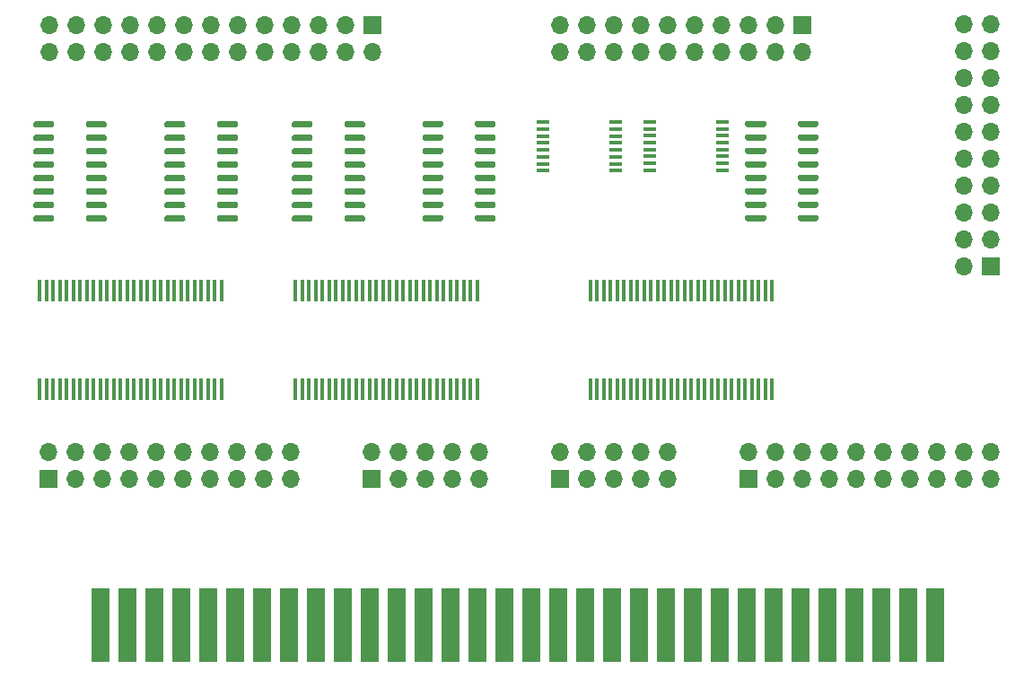
<source format=gts>
G04 #@! TF.GenerationSoftware,KiCad,Pcbnew,(5.1.12-1-10_14)*
G04 #@! TF.CreationDate,2023-09-30T13:24:09-06:00*
G04 #@! TF.ProjectId,GenMemBlock,47656e4d-656d-4426-9c6f-636b2e6b6963,rev?*
G04 #@! TF.SameCoordinates,Original*
G04 #@! TF.FileFunction,Soldermask,Top*
G04 #@! TF.FilePolarity,Negative*
%FSLAX46Y46*%
G04 Gerber Fmt 4.6, Leading zero omitted, Abs format (unit mm)*
G04 Created by KiCad (PCBNEW (5.1.12-1-10_14)) date 2023-09-30 13:24:09*
%MOMM*%
%LPD*%
G01*
G04 APERTURE LIST*
%ADD10R,1.778000X6.985000*%
%ADD11R,1.200000X0.400000*%
%ADD12R,0.406400X2.044700*%
%ADD13O,1.700000X1.700000*%
%ADD14R,1.700000X1.700000*%
G04 APERTURE END LIST*
D10*
X40640000Y-130810000D03*
X43180000Y-130810000D03*
X45720000Y-130810000D03*
X48260000Y-130810000D03*
X50800000Y-130810000D03*
X53340000Y-130810000D03*
X55880000Y-130810000D03*
X58420000Y-130810000D03*
X60960000Y-130810000D03*
X63500000Y-130810000D03*
X66040000Y-130810000D03*
X68580000Y-130810000D03*
X71120000Y-130810000D03*
X73660000Y-130810000D03*
X76200000Y-130810000D03*
X78740000Y-130810000D03*
X81280000Y-130810000D03*
X83820000Y-130810000D03*
X86360000Y-130810000D03*
X88900000Y-130810000D03*
X91440000Y-130810000D03*
X93980000Y-130810000D03*
X96520000Y-130810000D03*
X99060000Y-130810000D03*
X101600000Y-130810000D03*
X104140000Y-130810000D03*
X106680000Y-130810000D03*
X109220000Y-130810000D03*
X111760000Y-130810000D03*
X114300000Y-130810000D03*
X116840000Y-130810000D03*
X119380000Y-130810000D03*
D11*
X99309600Y-83335200D03*
X99309600Y-83985200D03*
X99309600Y-84635200D03*
X99309600Y-85285200D03*
X99309600Y-85935200D03*
X99309600Y-86585200D03*
X99309600Y-87235200D03*
X99309600Y-87885200D03*
X92409600Y-87885200D03*
X92409600Y-87235200D03*
X92409600Y-86585200D03*
X92409600Y-85935200D03*
X92409600Y-85285200D03*
X92409600Y-84635200D03*
X92409600Y-83985200D03*
X92409600Y-83335200D03*
X89200400Y-83373800D03*
X89200400Y-84023800D03*
X89200400Y-84673800D03*
X89200400Y-85323800D03*
X89200400Y-85973800D03*
X89200400Y-86623800D03*
X89200400Y-87273800D03*
X89200400Y-87923800D03*
X82300400Y-87923800D03*
X82300400Y-87273800D03*
X82300400Y-86623800D03*
X82300400Y-85973800D03*
X82300400Y-85323800D03*
X82300400Y-84673800D03*
X82300400Y-84023800D03*
X82300400Y-83373800D03*
D12*
X103944500Y-99218750D03*
X103309500Y-99218750D03*
X102674500Y-99218750D03*
X102039500Y-99218750D03*
X101404500Y-99218750D03*
X100769500Y-99218750D03*
X100134500Y-99218750D03*
X99499500Y-99218750D03*
X98864500Y-99218750D03*
X98229500Y-99218750D03*
X97594500Y-99218750D03*
X96959500Y-99218750D03*
X96324500Y-99218750D03*
X95689500Y-99218750D03*
X95054500Y-99218750D03*
X94419500Y-99218750D03*
X93784500Y-99218750D03*
X93149500Y-99218750D03*
X92514500Y-99218750D03*
X91879500Y-99218750D03*
X91244500Y-99218750D03*
X90609500Y-99218750D03*
X89974500Y-99218750D03*
X89339500Y-99218750D03*
X88704500Y-99218750D03*
X88069500Y-99218750D03*
X87434500Y-99218750D03*
X86799500Y-99218750D03*
X86799500Y-108553250D03*
X87434500Y-108553250D03*
X88069500Y-108553250D03*
X88704500Y-108553250D03*
X89339500Y-108553250D03*
X89974500Y-108553250D03*
X90609500Y-108553250D03*
X91244500Y-108553250D03*
X91879500Y-108553250D03*
X92514500Y-108553250D03*
X93149500Y-108553250D03*
X93784500Y-108553250D03*
X94419500Y-108553250D03*
X95054500Y-108553250D03*
X95689500Y-108553250D03*
X96324500Y-108553250D03*
X96959500Y-108553250D03*
X97594500Y-108553250D03*
X98229500Y-108553250D03*
X98864500Y-108553250D03*
X99499500Y-108553250D03*
X100134500Y-108553250D03*
X100769500Y-108553250D03*
X101404500Y-108553250D03*
X102039500Y-108553250D03*
X102674500Y-108553250D03*
X103309500Y-108553250D03*
X103944500Y-108553250D03*
X52006500Y-108553250D03*
X51371500Y-108553250D03*
X50736500Y-108553250D03*
X50101500Y-108553250D03*
X49466500Y-108553250D03*
X48831500Y-108553250D03*
X48196500Y-108553250D03*
X47561500Y-108553250D03*
X46926500Y-108553250D03*
X46291500Y-108553250D03*
X45656500Y-108553250D03*
X45021500Y-108553250D03*
X44386500Y-108553250D03*
X43751500Y-108553250D03*
X43116500Y-108553250D03*
X42481500Y-108553250D03*
X41846500Y-108553250D03*
X41211500Y-108553250D03*
X40576500Y-108553250D03*
X39941500Y-108553250D03*
X39306500Y-108553250D03*
X38671500Y-108553250D03*
X38036500Y-108553250D03*
X37401500Y-108553250D03*
X36766500Y-108553250D03*
X36131500Y-108553250D03*
X35496500Y-108553250D03*
X34861500Y-108553250D03*
X34861500Y-99218750D03*
X35496500Y-99218750D03*
X36131500Y-99218750D03*
X36766500Y-99218750D03*
X37401500Y-99218750D03*
X38036500Y-99218750D03*
X38671500Y-99218750D03*
X39306500Y-99218750D03*
X39941500Y-99218750D03*
X40576500Y-99218750D03*
X41211500Y-99218750D03*
X41846500Y-99218750D03*
X42481500Y-99218750D03*
X43116500Y-99218750D03*
X43751500Y-99218750D03*
X44386500Y-99218750D03*
X45021500Y-99218750D03*
X45656500Y-99218750D03*
X46291500Y-99218750D03*
X46926500Y-99218750D03*
X47561500Y-99218750D03*
X48196500Y-99218750D03*
X48831500Y-99218750D03*
X49466500Y-99218750D03*
X50101500Y-99218750D03*
X50736500Y-99218750D03*
X51371500Y-99218750D03*
X52006500Y-99218750D03*
X76139900Y-99218750D03*
X75504900Y-99218750D03*
X74869900Y-99218750D03*
X74234900Y-99218750D03*
X73599900Y-99218750D03*
X72964900Y-99218750D03*
X72329900Y-99218750D03*
X71694900Y-99218750D03*
X71059900Y-99218750D03*
X70424900Y-99218750D03*
X69789900Y-99218750D03*
X69154900Y-99218750D03*
X68519900Y-99218750D03*
X67884900Y-99218750D03*
X67249900Y-99218750D03*
X66614900Y-99218750D03*
X65979900Y-99218750D03*
X65344900Y-99218750D03*
X64709900Y-99218750D03*
X64074900Y-99218750D03*
X63439900Y-99218750D03*
X62804900Y-99218750D03*
X62169900Y-99218750D03*
X61534900Y-99218750D03*
X60899900Y-99218750D03*
X60264900Y-99218750D03*
X59629900Y-99218750D03*
X58994900Y-99218750D03*
X58994900Y-108553250D03*
X59629900Y-108553250D03*
X60264900Y-108553250D03*
X60899900Y-108553250D03*
X61534900Y-108553250D03*
X62169900Y-108553250D03*
X62804900Y-108553250D03*
X63439900Y-108553250D03*
X64074900Y-108553250D03*
X64709900Y-108553250D03*
X65344900Y-108553250D03*
X65979900Y-108553250D03*
X66614900Y-108553250D03*
X67249900Y-108553250D03*
X67884900Y-108553250D03*
X68519900Y-108553250D03*
X69154900Y-108553250D03*
X69789900Y-108553250D03*
X70424900Y-108553250D03*
X71059900Y-108553250D03*
X71694900Y-108553250D03*
X72329900Y-108553250D03*
X72964900Y-108553250D03*
X73599900Y-108553250D03*
X74234900Y-108553250D03*
X74869900Y-108553250D03*
X75504900Y-108553250D03*
X76139900Y-108553250D03*
D13*
X35789000Y-76690000D03*
X35789000Y-74150000D03*
X38329000Y-76690000D03*
X38329000Y-74150000D03*
X40869000Y-76690000D03*
X40869000Y-74150000D03*
X43409000Y-76690000D03*
X43409000Y-74150000D03*
X45949000Y-76690000D03*
X45949000Y-74150000D03*
X48489000Y-76690000D03*
X48489000Y-74150000D03*
X51029000Y-76690000D03*
X51029000Y-74150000D03*
X53569000Y-76690000D03*
X53569000Y-74150000D03*
X56109000Y-76690000D03*
X56109000Y-74150000D03*
X58649000Y-76690000D03*
X58649000Y-74150000D03*
X61189000Y-76690000D03*
X61189000Y-74150000D03*
X63729000Y-76690000D03*
X63729000Y-74150000D03*
X66269000Y-76690000D03*
D14*
X66269000Y-74150000D03*
X66167000Y-117043200D03*
D13*
X66167000Y-114503200D03*
X68707000Y-117043200D03*
X68707000Y-114503200D03*
X71247000Y-117043200D03*
X71247000Y-114503200D03*
X73787000Y-117043200D03*
X73787000Y-114503200D03*
X76327000Y-117043200D03*
X76327000Y-114503200D03*
X94107000Y-114503200D03*
X94107000Y-117043200D03*
X91567000Y-114503200D03*
X91567000Y-117043200D03*
X89027000Y-114503200D03*
X89027000Y-117043200D03*
X86487000Y-114503200D03*
X86487000Y-117043200D03*
X83947000Y-114503200D03*
D14*
X83947000Y-117043200D03*
X101727000Y-117043200D03*
D13*
X101727000Y-114503200D03*
X104267000Y-117043200D03*
X104267000Y-114503200D03*
X106807000Y-117043200D03*
X106807000Y-114503200D03*
X109347000Y-117043200D03*
X109347000Y-114503200D03*
X111887000Y-117043200D03*
X111887000Y-114503200D03*
X114427000Y-117043200D03*
X114427000Y-114503200D03*
X116967000Y-117043200D03*
X116967000Y-114503200D03*
X119507000Y-117043200D03*
X119507000Y-114503200D03*
X122047000Y-117043200D03*
X122047000Y-114503200D03*
X124587000Y-117043200D03*
X124587000Y-114503200D03*
X58572400Y-114503200D03*
X58572400Y-117043200D03*
X56032400Y-114503200D03*
X56032400Y-117043200D03*
X53492400Y-114503200D03*
X53492400Y-117043200D03*
X50952400Y-114503200D03*
X50952400Y-117043200D03*
X48412400Y-114503200D03*
X48412400Y-117043200D03*
X45872400Y-114503200D03*
X45872400Y-117043200D03*
X43332400Y-114503200D03*
X43332400Y-117043200D03*
X40792400Y-114503200D03*
X40792400Y-117043200D03*
X38252400Y-114503200D03*
X38252400Y-117043200D03*
X35712400Y-114503200D03*
D14*
X35712400Y-117043200D03*
D13*
X83921600Y-76690000D03*
X83921600Y-74150000D03*
X86461600Y-76690000D03*
X86461600Y-74150000D03*
X89001600Y-76690000D03*
X89001600Y-74150000D03*
X91541600Y-76690000D03*
X91541600Y-74150000D03*
X94081600Y-76690000D03*
X94081600Y-74150000D03*
X96621600Y-76690000D03*
X96621600Y-74150000D03*
X99161600Y-76690000D03*
X99161600Y-74150000D03*
X101701600Y-76690000D03*
X101701600Y-74150000D03*
X104241600Y-76690000D03*
X104241600Y-74150000D03*
X106781600Y-76690000D03*
D14*
X106781600Y-74150000D03*
D13*
X122037000Y-74140000D03*
X124577000Y-74140000D03*
X122037000Y-76680000D03*
X124577000Y-76680000D03*
X122037000Y-79220000D03*
X124577000Y-79220000D03*
X122037000Y-81760000D03*
X124577000Y-81760000D03*
X122037000Y-84300000D03*
X124577000Y-84300000D03*
X122037000Y-86840000D03*
X124577000Y-86840000D03*
X122037000Y-89380000D03*
X124577000Y-89380000D03*
X122037000Y-91920000D03*
X124577000Y-91920000D03*
X122037000Y-94460000D03*
X124577000Y-94460000D03*
X122037000Y-97000000D03*
D14*
X124577000Y-97000000D03*
G36*
G01*
X39219000Y-83716000D02*
X39219000Y-83416000D01*
G75*
G02*
X39369000Y-83266000I150000J0D01*
G01*
X41019000Y-83266000D01*
G75*
G02*
X41169000Y-83416000I0J-150000D01*
G01*
X41169000Y-83716000D01*
G75*
G02*
X41019000Y-83866000I-150000J0D01*
G01*
X39369000Y-83866000D01*
G75*
G02*
X39219000Y-83716000I0J150000D01*
G01*
G37*
G36*
G01*
X39219000Y-84986000D02*
X39219000Y-84686000D01*
G75*
G02*
X39369000Y-84536000I150000J0D01*
G01*
X41019000Y-84536000D01*
G75*
G02*
X41169000Y-84686000I0J-150000D01*
G01*
X41169000Y-84986000D01*
G75*
G02*
X41019000Y-85136000I-150000J0D01*
G01*
X39369000Y-85136000D01*
G75*
G02*
X39219000Y-84986000I0J150000D01*
G01*
G37*
G36*
G01*
X39219000Y-86256000D02*
X39219000Y-85956000D01*
G75*
G02*
X39369000Y-85806000I150000J0D01*
G01*
X41019000Y-85806000D01*
G75*
G02*
X41169000Y-85956000I0J-150000D01*
G01*
X41169000Y-86256000D01*
G75*
G02*
X41019000Y-86406000I-150000J0D01*
G01*
X39369000Y-86406000D01*
G75*
G02*
X39219000Y-86256000I0J150000D01*
G01*
G37*
G36*
G01*
X39219000Y-87526000D02*
X39219000Y-87226000D01*
G75*
G02*
X39369000Y-87076000I150000J0D01*
G01*
X41019000Y-87076000D01*
G75*
G02*
X41169000Y-87226000I0J-150000D01*
G01*
X41169000Y-87526000D01*
G75*
G02*
X41019000Y-87676000I-150000J0D01*
G01*
X39369000Y-87676000D01*
G75*
G02*
X39219000Y-87526000I0J150000D01*
G01*
G37*
G36*
G01*
X39219000Y-88796000D02*
X39219000Y-88496000D01*
G75*
G02*
X39369000Y-88346000I150000J0D01*
G01*
X41019000Y-88346000D01*
G75*
G02*
X41169000Y-88496000I0J-150000D01*
G01*
X41169000Y-88796000D01*
G75*
G02*
X41019000Y-88946000I-150000J0D01*
G01*
X39369000Y-88946000D01*
G75*
G02*
X39219000Y-88796000I0J150000D01*
G01*
G37*
G36*
G01*
X39219000Y-90066000D02*
X39219000Y-89766000D01*
G75*
G02*
X39369000Y-89616000I150000J0D01*
G01*
X41019000Y-89616000D01*
G75*
G02*
X41169000Y-89766000I0J-150000D01*
G01*
X41169000Y-90066000D01*
G75*
G02*
X41019000Y-90216000I-150000J0D01*
G01*
X39369000Y-90216000D01*
G75*
G02*
X39219000Y-90066000I0J150000D01*
G01*
G37*
G36*
G01*
X39219000Y-91336000D02*
X39219000Y-91036000D01*
G75*
G02*
X39369000Y-90886000I150000J0D01*
G01*
X41019000Y-90886000D01*
G75*
G02*
X41169000Y-91036000I0J-150000D01*
G01*
X41169000Y-91336000D01*
G75*
G02*
X41019000Y-91486000I-150000J0D01*
G01*
X39369000Y-91486000D01*
G75*
G02*
X39219000Y-91336000I0J150000D01*
G01*
G37*
G36*
G01*
X39219000Y-92606000D02*
X39219000Y-92306000D01*
G75*
G02*
X39369000Y-92156000I150000J0D01*
G01*
X41019000Y-92156000D01*
G75*
G02*
X41169000Y-92306000I0J-150000D01*
G01*
X41169000Y-92606000D01*
G75*
G02*
X41019000Y-92756000I-150000J0D01*
G01*
X39369000Y-92756000D01*
G75*
G02*
X39219000Y-92606000I0J150000D01*
G01*
G37*
G36*
G01*
X34269000Y-92606000D02*
X34269000Y-92306000D01*
G75*
G02*
X34419000Y-92156000I150000J0D01*
G01*
X36069000Y-92156000D01*
G75*
G02*
X36219000Y-92306000I0J-150000D01*
G01*
X36219000Y-92606000D01*
G75*
G02*
X36069000Y-92756000I-150000J0D01*
G01*
X34419000Y-92756000D01*
G75*
G02*
X34269000Y-92606000I0J150000D01*
G01*
G37*
G36*
G01*
X34269000Y-91336000D02*
X34269000Y-91036000D01*
G75*
G02*
X34419000Y-90886000I150000J0D01*
G01*
X36069000Y-90886000D01*
G75*
G02*
X36219000Y-91036000I0J-150000D01*
G01*
X36219000Y-91336000D01*
G75*
G02*
X36069000Y-91486000I-150000J0D01*
G01*
X34419000Y-91486000D01*
G75*
G02*
X34269000Y-91336000I0J150000D01*
G01*
G37*
G36*
G01*
X34269000Y-90066000D02*
X34269000Y-89766000D01*
G75*
G02*
X34419000Y-89616000I150000J0D01*
G01*
X36069000Y-89616000D01*
G75*
G02*
X36219000Y-89766000I0J-150000D01*
G01*
X36219000Y-90066000D01*
G75*
G02*
X36069000Y-90216000I-150000J0D01*
G01*
X34419000Y-90216000D01*
G75*
G02*
X34269000Y-90066000I0J150000D01*
G01*
G37*
G36*
G01*
X34269000Y-88796000D02*
X34269000Y-88496000D01*
G75*
G02*
X34419000Y-88346000I150000J0D01*
G01*
X36069000Y-88346000D01*
G75*
G02*
X36219000Y-88496000I0J-150000D01*
G01*
X36219000Y-88796000D01*
G75*
G02*
X36069000Y-88946000I-150000J0D01*
G01*
X34419000Y-88946000D01*
G75*
G02*
X34269000Y-88796000I0J150000D01*
G01*
G37*
G36*
G01*
X34269000Y-87526000D02*
X34269000Y-87226000D01*
G75*
G02*
X34419000Y-87076000I150000J0D01*
G01*
X36069000Y-87076000D01*
G75*
G02*
X36219000Y-87226000I0J-150000D01*
G01*
X36219000Y-87526000D01*
G75*
G02*
X36069000Y-87676000I-150000J0D01*
G01*
X34419000Y-87676000D01*
G75*
G02*
X34269000Y-87526000I0J150000D01*
G01*
G37*
G36*
G01*
X34269000Y-86256000D02*
X34269000Y-85956000D01*
G75*
G02*
X34419000Y-85806000I150000J0D01*
G01*
X36069000Y-85806000D01*
G75*
G02*
X36219000Y-85956000I0J-150000D01*
G01*
X36219000Y-86256000D01*
G75*
G02*
X36069000Y-86406000I-150000J0D01*
G01*
X34419000Y-86406000D01*
G75*
G02*
X34269000Y-86256000I0J150000D01*
G01*
G37*
G36*
G01*
X34269000Y-84986000D02*
X34269000Y-84686000D01*
G75*
G02*
X34419000Y-84536000I150000J0D01*
G01*
X36069000Y-84536000D01*
G75*
G02*
X36219000Y-84686000I0J-150000D01*
G01*
X36219000Y-84986000D01*
G75*
G02*
X36069000Y-85136000I-150000J0D01*
G01*
X34419000Y-85136000D01*
G75*
G02*
X34269000Y-84986000I0J150000D01*
G01*
G37*
G36*
G01*
X34269000Y-83716000D02*
X34269000Y-83416000D01*
G75*
G02*
X34419000Y-83266000I150000J0D01*
G01*
X36069000Y-83266000D01*
G75*
G02*
X36219000Y-83416000I0J-150000D01*
G01*
X36219000Y-83716000D01*
G75*
G02*
X36069000Y-83866000I-150000J0D01*
G01*
X34419000Y-83866000D01*
G75*
G02*
X34269000Y-83716000I0J150000D01*
G01*
G37*
G36*
G01*
X63615700Y-83716000D02*
X63615700Y-83416000D01*
G75*
G02*
X63765700Y-83266000I150000J0D01*
G01*
X65415700Y-83266000D01*
G75*
G02*
X65565700Y-83416000I0J-150000D01*
G01*
X65565700Y-83716000D01*
G75*
G02*
X65415700Y-83866000I-150000J0D01*
G01*
X63765700Y-83866000D01*
G75*
G02*
X63615700Y-83716000I0J150000D01*
G01*
G37*
G36*
G01*
X63615700Y-84986000D02*
X63615700Y-84686000D01*
G75*
G02*
X63765700Y-84536000I150000J0D01*
G01*
X65415700Y-84536000D01*
G75*
G02*
X65565700Y-84686000I0J-150000D01*
G01*
X65565700Y-84986000D01*
G75*
G02*
X65415700Y-85136000I-150000J0D01*
G01*
X63765700Y-85136000D01*
G75*
G02*
X63615700Y-84986000I0J150000D01*
G01*
G37*
G36*
G01*
X63615700Y-86256000D02*
X63615700Y-85956000D01*
G75*
G02*
X63765700Y-85806000I150000J0D01*
G01*
X65415700Y-85806000D01*
G75*
G02*
X65565700Y-85956000I0J-150000D01*
G01*
X65565700Y-86256000D01*
G75*
G02*
X65415700Y-86406000I-150000J0D01*
G01*
X63765700Y-86406000D01*
G75*
G02*
X63615700Y-86256000I0J150000D01*
G01*
G37*
G36*
G01*
X63615700Y-87526000D02*
X63615700Y-87226000D01*
G75*
G02*
X63765700Y-87076000I150000J0D01*
G01*
X65415700Y-87076000D01*
G75*
G02*
X65565700Y-87226000I0J-150000D01*
G01*
X65565700Y-87526000D01*
G75*
G02*
X65415700Y-87676000I-150000J0D01*
G01*
X63765700Y-87676000D01*
G75*
G02*
X63615700Y-87526000I0J150000D01*
G01*
G37*
G36*
G01*
X63615700Y-88796000D02*
X63615700Y-88496000D01*
G75*
G02*
X63765700Y-88346000I150000J0D01*
G01*
X65415700Y-88346000D01*
G75*
G02*
X65565700Y-88496000I0J-150000D01*
G01*
X65565700Y-88796000D01*
G75*
G02*
X65415700Y-88946000I-150000J0D01*
G01*
X63765700Y-88946000D01*
G75*
G02*
X63615700Y-88796000I0J150000D01*
G01*
G37*
G36*
G01*
X63615700Y-90066000D02*
X63615700Y-89766000D01*
G75*
G02*
X63765700Y-89616000I150000J0D01*
G01*
X65415700Y-89616000D01*
G75*
G02*
X65565700Y-89766000I0J-150000D01*
G01*
X65565700Y-90066000D01*
G75*
G02*
X65415700Y-90216000I-150000J0D01*
G01*
X63765700Y-90216000D01*
G75*
G02*
X63615700Y-90066000I0J150000D01*
G01*
G37*
G36*
G01*
X63615700Y-91336000D02*
X63615700Y-91036000D01*
G75*
G02*
X63765700Y-90886000I150000J0D01*
G01*
X65415700Y-90886000D01*
G75*
G02*
X65565700Y-91036000I0J-150000D01*
G01*
X65565700Y-91336000D01*
G75*
G02*
X65415700Y-91486000I-150000J0D01*
G01*
X63765700Y-91486000D01*
G75*
G02*
X63615700Y-91336000I0J150000D01*
G01*
G37*
G36*
G01*
X63615700Y-92606000D02*
X63615700Y-92306000D01*
G75*
G02*
X63765700Y-92156000I150000J0D01*
G01*
X65415700Y-92156000D01*
G75*
G02*
X65565700Y-92306000I0J-150000D01*
G01*
X65565700Y-92606000D01*
G75*
G02*
X65415700Y-92756000I-150000J0D01*
G01*
X63765700Y-92756000D01*
G75*
G02*
X63615700Y-92606000I0J150000D01*
G01*
G37*
G36*
G01*
X58665700Y-92606000D02*
X58665700Y-92306000D01*
G75*
G02*
X58815700Y-92156000I150000J0D01*
G01*
X60465700Y-92156000D01*
G75*
G02*
X60615700Y-92306000I0J-150000D01*
G01*
X60615700Y-92606000D01*
G75*
G02*
X60465700Y-92756000I-150000J0D01*
G01*
X58815700Y-92756000D01*
G75*
G02*
X58665700Y-92606000I0J150000D01*
G01*
G37*
G36*
G01*
X58665700Y-91336000D02*
X58665700Y-91036000D01*
G75*
G02*
X58815700Y-90886000I150000J0D01*
G01*
X60465700Y-90886000D01*
G75*
G02*
X60615700Y-91036000I0J-150000D01*
G01*
X60615700Y-91336000D01*
G75*
G02*
X60465700Y-91486000I-150000J0D01*
G01*
X58815700Y-91486000D01*
G75*
G02*
X58665700Y-91336000I0J150000D01*
G01*
G37*
G36*
G01*
X58665700Y-90066000D02*
X58665700Y-89766000D01*
G75*
G02*
X58815700Y-89616000I150000J0D01*
G01*
X60465700Y-89616000D01*
G75*
G02*
X60615700Y-89766000I0J-150000D01*
G01*
X60615700Y-90066000D01*
G75*
G02*
X60465700Y-90216000I-150000J0D01*
G01*
X58815700Y-90216000D01*
G75*
G02*
X58665700Y-90066000I0J150000D01*
G01*
G37*
G36*
G01*
X58665700Y-88796000D02*
X58665700Y-88496000D01*
G75*
G02*
X58815700Y-88346000I150000J0D01*
G01*
X60465700Y-88346000D01*
G75*
G02*
X60615700Y-88496000I0J-150000D01*
G01*
X60615700Y-88796000D01*
G75*
G02*
X60465700Y-88946000I-150000J0D01*
G01*
X58815700Y-88946000D01*
G75*
G02*
X58665700Y-88796000I0J150000D01*
G01*
G37*
G36*
G01*
X58665700Y-87526000D02*
X58665700Y-87226000D01*
G75*
G02*
X58815700Y-87076000I150000J0D01*
G01*
X60465700Y-87076000D01*
G75*
G02*
X60615700Y-87226000I0J-150000D01*
G01*
X60615700Y-87526000D01*
G75*
G02*
X60465700Y-87676000I-150000J0D01*
G01*
X58815700Y-87676000D01*
G75*
G02*
X58665700Y-87526000I0J150000D01*
G01*
G37*
G36*
G01*
X58665700Y-86256000D02*
X58665700Y-85956000D01*
G75*
G02*
X58815700Y-85806000I150000J0D01*
G01*
X60465700Y-85806000D01*
G75*
G02*
X60615700Y-85956000I0J-150000D01*
G01*
X60615700Y-86256000D01*
G75*
G02*
X60465700Y-86406000I-150000J0D01*
G01*
X58815700Y-86406000D01*
G75*
G02*
X58665700Y-86256000I0J150000D01*
G01*
G37*
G36*
G01*
X58665700Y-84986000D02*
X58665700Y-84686000D01*
G75*
G02*
X58815700Y-84536000I150000J0D01*
G01*
X60465700Y-84536000D01*
G75*
G02*
X60615700Y-84686000I0J-150000D01*
G01*
X60615700Y-84986000D01*
G75*
G02*
X60465700Y-85136000I-150000J0D01*
G01*
X58815700Y-85136000D01*
G75*
G02*
X58665700Y-84986000I0J150000D01*
G01*
G37*
G36*
G01*
X58665700Y-83716000D02*
X58665700Y-83416000D01*
G75*
G02*
X58815700Y-83266000I150000J0D01*
G01*
X60465700Y-83266000D01*
G75*
G02*
X60615700Y-83416000I0J-150000D01*
G01*
X60615700Y-83716000D01*
G75*
G02*
X60465700Y-83866000I-150000J0D01*
G01*
X58815700Y-83866000D01*
G75*
G02*
X58665700Y-83716000I0J150000D01*
G01*
G37*
G36*
G01*
X51601500Y-83716000D02*
X51601500Y-83416000D01*
G75*
G02*
X51751500Y-83266000I150000J0D01*
G01*
X53401500Y-83266000D01*
G75*
G02*
X53551500Y-83416000I0J-150000D01*
G01*
X53551500Y-83716000D01*
G75*
G02*
X53401500Y-83866000I-150000J0D01*
G01*
X51751500Y-83866000D01*
G75*
G02*
X51601500Y-83716000I0J150000D01*
G01*
G37*
G36*
G01*
X51601500Y-84986000D02*
X51601500Y-84686000D01*
G75*
G02*
X51751500Y-84536000I150000J0D01*
G01*
X53401500Y-84536000D01*
G75*
G02*
X53551500Y-84686000I0J-150000D01*
G01*
X53551500Y-84986000D01*
G75*
G02*
X53401500Y-85136000I-150000J0D01*
G01*
X51751500Y-85136000D01*
G75*
G02*
X51601500Y-84986000I0J150000D01*
G01*
G37*
G36*
G01*
X51601500Y-86256000D02*
X51601500Y-85956000D01*
G75*
G02*
X51751500Y-85806000I150000J0D01*
G01*
X53401500Y-85806000D01*
G75*
G02*
X53551500Y-85956000I0J-150000D01*
G01*
X53551500Y-86256000D01*
G75*
G02*
X53401500Y-86406000I-150000J0D01*
G01*
X51751500Y-86406000D01*
G75*
G02*
X51601500Y-86256000I0J150000D01*
G01*
G37*
G36*
G01*
X51601500Y-87526000D02*
X51601500Y-87226000D01*
G75*
G02*
X51751500Y-87076000I150000J0D01*
G01*
X53401500Y-87076000D01*
G75*
G02*
X53551500Y-87226000I0J-150000D01*
G01*
X53551500Y-87526000D01*
G75*
G02*
X53401500Y-87676000I-150000J0D01*
G01*
X51751500Y-87676000D01*
G75*
G02*
X51601500Y-87526000I0J150000D01*
G01*
G37*
G36*
G01*
X51601500Y-88796000D02*
X51601500Y-88496000D01*
G75*
G02*
X51751500Y-88346000I150000J0D01*
G01*
X53401500Y-88346000D01*
G75*
G02*
X53551500Y-88496000I0J-150000D01*
G01*
X53551500Y-88796000D01*
G75*
G02*
X53401500Y-88946000I-150000J0D01*
G01*
X51751500Y-88946000D01*
G75*
G02*
X51601500Y-88796000I0J150000D01*
G01*
G37*
G36*
G01*
X51601500Y-90066000D02*
X51601500Y-89766000D01*
G75*
G02*
X51751500Y-89616000I150000J0D01*
G01*
X53401500Y-89616000D01*
G75*
G02*
X53551500Y-89766000I0J-150000D01*
G01*
X53551500Y-90066000D01*
G75*
G02*
X53401500Y-90216000I-150000J0D01*
G01*
X51751500Y-90216000D01*
G75*
G02*
X51601500Y-90066000I0J150000D01*
G01*
G37*
G36*
G01*
X51601500Y-91336000D02*
X51601500Y-91036000D01*
G75*
G02*
X51751500Y-90886000I150000J0D01*
G01*
X53401500Y-90886000D01*
G75*
G02*
X53551500Y-91036000I0J-150000D01*
G01*
X53551500Y-91336000D01*
G75*
G02*
X53401500Y-91486000I-150000J0D01*
G01*
X51751500Y-91486000D01*
G75*
G02*
X51601500Y-91336000I0J150000D01*
G01*
G37*
G36*
G01*
X51601500Y-92606000D02*
X51601500Y-92306000D01*
G75*
G02*
X51751500Y-92156000I150000J0D01*
G01*
X53401500Y-92156000D01*
G75*
G02*
X53551500Y-92306000I0J-150000D01*
G01*
X53551500Y-92606000D01*
G75*
G02*
X53401500Y-92756000I-150000J0D01*
G01*
X51751500Y-92756000D01*
G75*
G02*
X51601500Y-92606000I0J150000D01*
G01*
G37*
G36*
G01*
X46651500Y-92606000D02*
X46651500Y-92306000D01*
G75*
G02*
X46801500Y-92156000I150000J0D01*
G01*
X48451500Y-92156000D01*
G75*
G02*
X48601500Y-92306000I0J-150000D01*
G01*
X48601500Y-92606000D01*
G75*
G02*
X48451500Y-92756000I-150000J0D01*
G01*
X46801500Y-92756000D01*
G75*
G02*
X46651500Y-92606000I0J150000D01*
G01*
G37*
G36*
G01*
X46651500Y-91336000D02*
X46651500Y-91036000D01*
G75*
G02*
X46801500Y-90886000I150000J0D01*
G01*
X48451500Y-90886000D01*
G75*
G02*
X48601500Y-91036000I0J-150000D01*
G01*
X48601500Y-91336000D01*
G75*
G02*
X48451500Y-91486000I-150000J0D01*
G01*
X46801500Y-91486000D01*
G75*
G02*
X46651500Y-91336000I0J150000D01*
G01*
G37*
G36*
G01*
X46651500Y-90066000D02*
X46651500Y-89766000D01*
G75*
G02*
X46801500Y-89616000I150000J0D01*
G01*
X48451500Y-89616000D01*
G75*
G02*
X48601500Y-89766000I0J-150000D01*
G01*
X48601500Y-90066000D01*
G75*
G02*
X48451500Y-90216000I-150000J0D01*
G01*
X46801500Y-90216000D01*
G75*
G02*
X46651500Y-90066000I0J150000D01*
G01*
G37*
G36*
G01*
X46651500Y-88796000D02*
X46651500Y-88496000D01*
G75*
G02*
X46801500Y-88346000I150000J0D01*
G01*
X48451500Y-88346000D01*
G75*
G02*
X48601500Y-88496000I0J-150000D01*
G01*
X48601500Y-88796000D01*
G75*
G02*
X48451500Y-88946000I-150000J0D01*
G01*
X46801500Y-88946000D01*
G75*
G02*
X46651500Y-88796000I0J150000D01*
G01*
G37*
G36*
G01*
X46651500Y-87526000D02*
X46651500Y-87226000D01*
G75*
G02*
X46801500Y-87076000I150000J0D01*
G01*
X48451500Y-87076000D01*
G75*
G02*
X48601500Y-87226000I0J-150000D01*
G01*
X48601500Y-87526000D01*
G75*
G02*
X48451500Y-87676000I-150000J0D01*
G01*
X46801500Y-87676000D01*
G75*
G02*
X46651500Y-87526000I0J150000D01*
G01*
G37*
G36*
G01*
X46651500Y-86256000D02*
X46651500Y-85956000D01*
G75*
G02*
X46801500Y-85806000I150000J0D01*
G01*
X48451500Y-85806000D01*
G75*
G02*
X48601500Y-85956000I0J-150000D01*
G01*
X48601500Y-86256000D01*
G75*
G02*
X48451500Y-86406000I-150000J0D01*
G01*
X46801500Y-86406000D01*
G75*
G02*
X46651500Y-86256000I0J150000D01*
G01*
G37*
G36*
G01*
X46651500Y-84986000D02*
X46651500Y-84686000D01*
G75*
G02*
X46801500Y-84536000I150000J0D01*
G01*
X48451500Y-84536000D01*
G75*
G02*
X48601500Y-84686000I0J-150000D01*
G01*
X48601500Y-84986000D01*
G75*
G02*
X48451500Y-85136000I-150000J0D01*
G01*
X46801500Y-85136000D01*
G75*
G02*
X46651500Y-84986000I0J150000D01*
G01*
G37*
G36*
G01*
X46651500Y-83716000D02*
X46651500Y-83416000D01*
G75*
G02*
X46801500Y-83266000I150000J0D01*
G01*
X48451500Y-83266000D01*
G75*
G02*
X48601500Y-83416000I0J-150000D01*
G01*
X48601500Y-83716000D01*
G75*
G02*
X48451500Y-83866000I-150000J0D01*
G01*
X46801500Y-83866000D01*
G75*
G02*
X46651500Y-83716000I0J150000D01*
G01*
G37*
G36*
G01*
X75922000Y-83665200D02*
X75922000Y-83365200D01*
G75*
G02*
X76072000Y-83215200I150000J0D01*
G01*
X77722000Y-83215200D01*
G75*
G02*
X77872000Y-83365200I0J-150000D01*
G01*
X77872000Y-83665200D01*
G75*
G02*
X77722000Y-83815200I-150000J0D01*
G01*
X76072000Y-83815200D01*
G75*
G02*
X75922000Y-83665200I0J150000D01*
G01*
G37*
G36*
G01*
X75922000Y-84935200D02*
X75922000Y-84635200D01*
G75*
G02*
X76072000Y-84485200I150000J0D01*
G01*
X77722000Y-84485200D01*
G75*
G02*
X77872000Y-84635200I0J-150000D01*
G01*
X77872000Y-84935200D01*
G75*
G02*
X77722000Y-85085200I-150000J0D01*
G01*
X76072000Y-85085200D01*
G75*
G02*
X75922000Y-84935200I0J150000D01*
G01*
G37*
G36*
G01*
X75922000Y-86205200D02*
X75922000Y-85905200D01*
G75*
G02*
X76072000Y-85755200I150000J0D01*
G01*
X77722000Y-85755200D01*
G75*
G02*
X77872000Y-85905200I0J-150000D01*
G01*
X77872000Y-86205200D01*
G75*
G02*
X77722000Y-86355200I-150000J0D01*
G01*
X76072000Y-86355200D01*
G75*
G02*
X75922000Y-86205200I0J150000D01*
G01*
G37*
G36*
G01*
X75922000Y-87475200D02*
X75922000Y-87175200D01*
G75*
G02*
X76072000Y-87025200I150000J0D01*
G01*
X77722000Y-87025200D01*
G75*
G02*
X77872000Y-87175200I0J-150000D01*
G01*
X77872000Y-87475200D01*
G75*
G02*
X77722000Y-87625200I-150000J0D01*
G01*
X76072000Y-87625200D01*
G75*
G02*
X75922000Y-87475200I0J150000D01*
G01*
G37*
G36*
G01*
X75922000Y-88745200D02*
X75922000Y-88445200D01*
G75*
G02*
X76072000Y-88295200I150000J0D01*
G01*
X77722000Y-88295200D01*
G75*
G02*
X77872000Y-88445200I0J-150000D01*
G01*
X77872000Y-88745200D01*
G75*
G02*
X77722000Y-88895200I-150000J0D01*
G01*
X76072000Y-88895200D01*
G75*
G02*
X75922000Y-88745200I0J150000D01*
G01*
G37*
G36*
G01*
X75922000Y-90015200D02*
X75922000Y-89715200D01*
G75*
G02*
X76072000Y-89565200I150000J0D01*
G01*
X77722000Y-89565200D01*
G75*
G02*
X77872000Y-89715200I0J-150000D01*
G01*
X77872000Y-90015200D01*
G75*
G02*
X77722000Y-90165200I-150000J0D01*
G01*
X76072000Y-90165200D01*
G75*
G02*
X75922000Y-90015200I0J150000D01*
G01*
G37*
G36*
G01*
X75922000Y-91285200D02*
X75922000Y-90985200D01*
G75*
G02*
X76072000Y-90835200I150000J0D01*
G01*
X77722000Y-90835200D01*
G75*
G02*
X77872000Y-90985200I0J-150000D01*
G01*
X77872000Y-91285200D01*
G75*
G02*
X77722000Y-91435200I-150000J0D01*
G01*
X76072000Y-91435200D01*
G75*
G02*
X75922000Y-91285200I0J150000D01*
G01*
G37*
G36*
G01*
X75922000Y-92555200D02*
X75922000Y-92255200D01*
G75*
G02*
X76072000Y-92105200I150000J0D01*
G01*
X77722000Y-92105200D01*
G75*
G02*
X77872000Y-92255200I0J-150000D01*
G01*
X77872000Y-92555200D01*
G75*
G02*
X77722000Y-92705200I-150000J0D01*
G01*
X76072000Y-92705200D01*
G75*
G02*
X75922000Y-92555200I0J150000D01*
G01*
G37*
G36*
G01*
X70972000Y-92555200D02*
X70972000Y-92255200D01*
G75*
G02*
X71122000Y-92105200I150000J0D01*
G01*
X72772000Y-92105200D01*
G75*
G02*
X72922000Y-92255200I0J-150000D01*
G01*
X72922000Y-92555200D01*
G75*
G02*
X72772000Y-92705200I-150000J0D01*
G01*
X71122000Y-92705200D01*
G75*
G02*
X70972000Y-92555200I0J150000D01*
G01*
G37*
G36*
G01*
X70972000Y-91285200D02*
X70972000Y-90985200D01*
G75*
G02*
X71122000Y-90835200I150000J0D01*
G01*
X72772000Y-90835200D01*
G75*
G02*
X72922000Y-90985200I0J-150000D01*
G01*
X72922000Y-91285200D01*
G75*
G02*
X72772000Y-91435200I-150000J0D01*
G01*
X71122000Y-91435200D01*
G75*
G02*
X70972000Y-91285200I0J150000D01*
G01*
G37*
G36*
G01*
X70972000Y-90015200D02*
X70972000Y-89715200D01*
G75*
G02*
X71122000Y-89565200I150000J0D01*
G01*
X72772000Y-89565200D01*
G75*
G02*
X72922000Y-89715200I0J-150000D01*
G01*
X72922000Y-90015200D01*
G75*
G02*
X72772000Y-90165200I-150000J0D01*
G01*
X71122000Y-90165200D01*
G75*
G02*
X70972000Y-90015200I0J150000D01*
G01*
G37*
G36*
G01*
X70972000Y-88745200D02*
X70972000Y-88445200D01*
G75*
G02*
X71122000Y-88295200I150000J0D01*
G01*
X72772000Y-88295200D01*
G75*
G02*
X72922000Y-88445200I0J-150000D01*
G01*
X72922000Y-88745200D01*
G75*
G02*
X72772000Y-88895200I-150000J0D01*
G01*
X71122000Y-88895200D01*
G75*
G02*
X70972000Y-88745200I0J150000D01*
G01*
G37*
G36*
G01*
X70972000Y-87475200D02*
X70972000Y-87175200D01*
G75*
G02*
X71122000Y-87025200I150000J0D01*
G01*
X72772000Y-87025200D01*
G75*
G02*
X72922000Y-87175200I0J-150000D01*
G01*
X72922000Y-87475200D01*
G75*
G02*
X72772000Y-87625200I-150000J0D01*
G01*
X71122000Y-87625200D01*
G75*
G02*
X70972000Y-87475200I0J150000D01*
G01*
G37*
G36*
G01*
X70972000Y-86205200D02*
X70972000Y-85905200D01*
G75*
G02*
X71122000Y-85755200I150000J0D01*
G01*
X72772000Y-85755200D01*
G75*
G02*
X72922000Y-85905200I0J-150000D01*
G01*
X72922000Y-86205200D01*
G75*
G02*
X72772000Y-86355200I-150000J0D01*
G01*
X71122000Y-86355200D01*
G75*
G02*
X70972000Y-86205200I0J150000D01*
G01*
G37*
G36*
G01*
X70972000Y-84935200D02*
X70972000Y-84635200D01*
G75*
G02*
X71122000Y-84485200I150000J0D01*
G01*
X72772000Y-84485200D01*
G75*
G02*
X72922000Y-84635200I0J-150000D01*
G01*
X72922000Y-84935200D01*
G75*
G02*
X72772000Y-85085200I-150000J0D01*
G01*
X71122000Y-85085200D01*
G75*
G02*
X70972000Y-84935200I0J150000D01*
G01*
G37*
G36*
G01*
X70972000Y-83665200D02*
X70972000Y-83365200D01*
G75*
G02*
X71122000Y-83215200I150000J0D01*
G01*
X72772000Y-83215200D01*
G75*
G02*
X72922000Y-83365200I0J-150000D01*
G01*
X72922000Y-83665200D01*
G75*
G02*
X72772000Y-83815200I-150000J0D01*
G01*
X71122000Y-83815200D01*
G75*
G02*
X70972000Y-83665200I0J150000D01*
G01*
G37*
G36*
G01*
X106381600Y-83665200D02*
X106381600Y-83365200D01*
G75*
G02*
X106531600Y-83215200I150000J0D01*
G01*
X108181600Y-83215200D01*
G75*
G02*
X108331600Y-83365200I0J-150000D01*
G01*
X108331600Y-83665200D01*
G75*
G02*
X108181600Y-83815200I-150000J0D01*
G01*
X106531600Y-83815200D01*
G75*
G02*
X106381600Y-83665200I0J150000D01*
G01*
G37*
G36*
G01*
X106381600Y-84935200D02*
X106381600Y-84635200D01*
G75*
G02*
X106531600Y-84485200I150000J0D01*
G01*
X108181600Y-84485200D01*
G75*
G02*
X108331600Y-84635200I0J-150000D01*
G01*
X108331600Y-84935200D01*
G75*
G02*
X108181600Y-85085200I-150000J0D01*
G01*
X106531600Y-85085200D01*
G75*
G02*
X106381600Y-84935200I0J150000D01*
G01*
G37*
G36*
G01*
X106381600Y-86205200D02*
X106381600Y-85905200D01*
G75*
G02*
X106531600Y-85755200I150000J0D01*
G01*
X108181600Y-85755200D01*
G75*
G02*
X108331600Y-85905200I0J-150000D01*
G01*
X108331600Y-86205200D01*
G75*
G02*
X108181600Y-86355200I-150000J0D01*
G01*
X106531600Y-86355200D01*
G75*
G02*
X106381600Y-86205200I0J150000D01*
G01*
G37*
G36*
G01*
X106381600Y-87475200D02*
X106381600Y-87175200D01*
G75*
G02*
X106531600Y-87025200I150000J0D01*
G01*
X108181600Y-87025200D01*
G75*
G02*
X108331600Y-87175200I0J-150000D01*
G01*
X108331600Y-87475200D01*
G75*
G02*
X108181600Y-87625200I-150000J0D01*
G01*
X106531600Y-87625200D01*
G75*
G02*
X106381600Y-87475200I0J150000D01*
G01*
G37*
G36*
G01*
X106381600Y-88745200D02*
X106381600Y-88445200D01*
G75*
G02*
X106531600Y-88295200I150000J0D01*
G01*
X108181600Y-88295200D01*
G75*
G02*
X108331600Y-88445200I0J-150000D01*
G01*
X108331600Y-88745200D01*
G75*
G02*
X108181600Y-88895200I-150000J0D01*
G01*
X106531600Y-88895200D01*
G75*
G02*
X106381600Y-88745200I0J150000D01*
G01*
G37*
G36*
G01*
X106381600Y-90015200D02*
X106381600Y-89715200D01*
G75*
G02*
X106531600Y-89565200I150000J0D01*
G01*
X108181600Y-89565200D01*
G75*
G02*
X108331600Y-89715200I0J-150000D01*
G01*
X108331600Y-90015200D01*
G75*
G02*
X108181600Y-90165200I-150000J0D01*
G01*
X106531600Y-90165200D01*
G75*
G02*
X106381600Y-90015200I0J150000D01*
G01*
G37*
G36*
G01*
X106381600Y-91285200D02*
X106381600Y-90985200D01*
G75*
G02*
X106531600Y-90835200I150000J0D01*
G01*
X108181600Y-90835200D01*
G75*
G02*
X108331600Y-90985200I0J-150000D01*
G01*
X108331600Y-91285200D01*
G75*
G02*
X108181600Y-91435200I-150000J0D01*
G01*
X106531600Y-91435200D01*
G75*
G02*
X106381600Y-91285200I0J150000D01*
G01*
G37*
G36*
G01*
X106381600Y-92555200D02*
X106381600Y-92255200D01*
G75*
G02*
X106531600Y-92105200I150000J0D01*
G01*
X108181600Y-92105200D01*
G75*
G02*
X108331600Y-92255200I0J-150000D01*
G01*
X108331600Y-92555200D01*
G75*
G02*
X108181600Y-92705200I-150000J0D01*
G01*
X106531600Y-92705200D01*
G75*
G02*
X106381600Y-92555200I0J150000D01*
G01*
G37*
G36*
G01*
X101431600Y-92555200D02*
X101431600Y-92255200D01*
G75*
G02*
X101581600Y-92105200I150000J0D01*
G01*
X103231600Y-92105200D01*
G75*
G02*
X103381600Y-92255200I0J-150000D01*
G01*
X103381600Y-92555200D01*
G75*
G02*
X103231600Y-92705200I-150000J0D01*
G01*
X101581600Y-92705200D01*
G75*
G02*
X101431600Y-92555200I0J150000D01*
G01*
G37*
G36*
G01*
X101431600Y-91285200D02*
X101431600Y-90985200D01*
G75*
G02*
X101581600Y-90835200I150000J0D01*
G01*
X103231600Y-90835200D01*
G75*
G02*
X103381600Y-90985200I0J-150000D01*
G01*
X103381600Y-91285200D01*
G75*
G02*
X103231600Y-91435200I-150000J0D01*
G01*
X101581600Y-91435200D01*
G75*
G02*
X101431600Y-91285200I0J150000D01*
G01*
G37*
G36*
G01*
X101431600Y-90015200D02*
X101431600Y-89715200D01*
G75*
G02*
X101581600Y-89565200I150000J0D01*
G01*
X103231600Y-89565200D01*
G75*
G02*
X103381600Y-89715200I0J-150000D01*
G01*
X103381600Y-90015200D01*
G75*
G02*
X103231600Y-90165200I-150000J0D01*
G01*
X101581600Y-90165200D01*
G75*
G02*
X101431600Y-90015200I0J150000D01*
G01*
G37*
G36*
G01*
X101431600Y-88745200D02*
X101431600Y-88445200D01*
G75*
G02*
X101581600Y-88295200I150000J0D01*
G01*
X103231600Y-88295200D01*
G75*
G02*
X103381600Y-88445200I0J-150000D01*
G01*
X103381600Y-88745200D01*
G75*
G02*
X103231600Y-88895200I-150000J0D01*
G01*
X101581600Y-88895200D01*
G75*
G02*
X101431600Y-88745200I0J150000D01*
G01*
G37*
G36*
G01*
X101431600Y-87475200D02*
X101431600Y-87175200D01*
G75*
G02*
X101581600Y-87025200I150000J0D01*
G01*
X103231600Y-87025200D01*
G75*
G02*
X103381600Y-87175200I0J-150000D01*
G01*
X103381600Y-87475200D01*
G75*
G02*
X103231600Y-87625200I-150000J0D01*
G01*
X101581600Y-87625200D01*
G75*
G02*
X101431600Y-87475200I0J150000D01*
G01*
G37*
G36*
G01*
X101431600Y-86205200D02*
X101431600Y-85905200D01*
G75*
G02*
X101581600Y-85755200I150000J0D01*
G01*
X103231600Y-85755200D01*
G75*
G02*
X103381600Y-85905200I0J-150000D01*
G01*
X103381600Y-86205200D01*
G75*
G02*
X103231600Y-86355200I-150000J0D01*
G01*
X101581600Y-86355200D01*
G75*
G02*
X101431600Y-86205200I0J150000D01*
G01*
G37*
G36*
G01*
X101431600Y-84935200D02*
X101431600Y-84635200D01*
G75*
G02*
X101581600Y-84485200I150000J0D01*
G01*
X103231600Y-84485200D01*
G75*
G02*
X103381600Y-84635200I0J-150000D01*
G01*
X103381600Y-84935200D01*
G75*
G02*
X103231600Y-85085200I-150000J0D01*
G01*
X101581600Y-85085200D01*
G75*
G02*
X101431600Y-84935200I0J150000D01*
G01*
G37*
G36*
G01*
X101431600Y-83665200D02*
X101431600Y-83365200D01*
G75*
G02*
X101581600Y-83215200I150000J0D01*
G01*
X103231600Y-83215200D01*
G75*
G02*
X103381600Y-83365200I0J-150000D01*
G01*
X103381600Y-83665200D01*
G75*
G02*
X103231600Y-83815200I-150000J0D01*
G01*
X101581600Y-83815200D01*
G75*
G02*
X101431600Y-83665200I0J150000D01*
G01*
G37*
M02*

</source>
